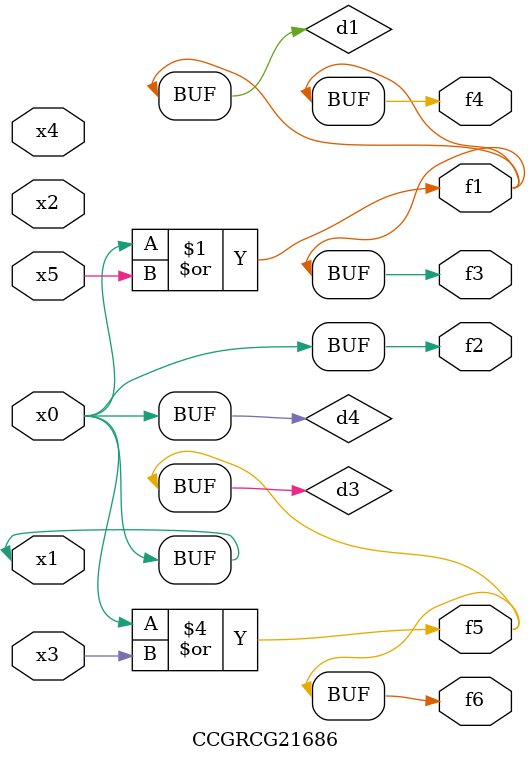
<source format=v>
module CCGRCG21686(
	input x0, x1, x2, x3, x4, x5,
	output f1, f2, f3, f4, f5, f6
);

	wire d1, d2, d3, d4;

	or (d1, x0, x5);
	xnor (d2, x1, x4);
	or (d3, x0, x3);
	buf (d4, x0, x1);
	assign f1 = d1;
	assign f2 = d4;
	assign f3 = d1;
	assign f4 = d1;
	assign f5 = d3;
	assign f6 = d3;
endmodule

</source>
